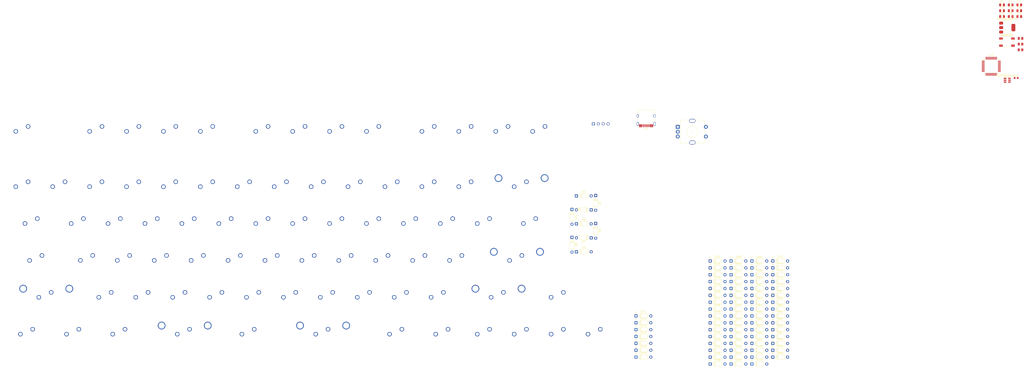
<source format=kicad_pcb>
(kicad_pcb (version 20241229) (generator "pcbnew") (generator_version "9.0")
  (layers (0 "F.Cu" signal) (2 "B.Cu" signal) (13 "F.Paste" user) (15 "B.Paste" user) (5 "F.SilkS" user "F.Silkscreen") (7 "B.SilkS" user "B.Silkscreen") (1 "F.Mask" user) (3 "B.Mask" user) (25 "Edge.Cuts" user))
  (net 0 "")
  (net 1 "+3.3V")
  (net 2 "GND")
  (net 3 "Net-(U2-NRST)")
  (net 4 "+5V")
  (net 5 "Row 0")
  (net 6 "Net-(D1-A)")
  (net 7 "Row 5")
  (net 8 "Net-(D2-A)")
  (net 9 "Net-(D3-A)")
  (net 10 "Net-(D4-A)")
  (net 11 "Row 1")
  (net 12 "Net-(D5-A)")
  (net 13 "Net-(D6-A)")
  (net 14 "Net-(D7-A)")
  (net 15 "Net-(D8-A)")
  (net 16 "Net-(D9-A)")
  (net 17 "Row 2")
  (net 18 "Net-(D11-A)")
  (net 19 "Net-(D12-A)")
  (net 20 "Net-(D13-A)")
  (net 21 "Row 3")
  (net 22 "Net-(D15-A)")
  (net 23 "Row 4")
  (net 24 "Net-(D17-A)")
  (net 25 "Net-(D18-A)")
  (net 26 "Net-(D19-A)")
  (net 27 "Net-(D20-A)")
  (net 28 "Net-(D22-A)")
  (net 29 "Net-(D23-A)")
  (net 30 "Net-(D24-A)")
  (net 31 "Net-(D25-A)")
  (net 32 "Net-(D26-A)")
  (net 33 "Net-(D27-A)")
  (net 34 "Net-(D28-A)")
  (net 35 "Net-(D29-A)")
  (net 36 "Net-(D30-A)")
  (net 37 "Net-(D31-A)")
  (net 38 "Net-(D32-A)")
  (net 39 "Net-(D33-A)")
  (net 40 "Net-(D34-A)")
  (net 41 "Net-(D35-A)")
  (net 42 "Net-(D38-A)")
  (net 43 "Net-(D39-A)")
  (net 44 "Net-(D40-A)")
  (net 45 "Net-(D41-A)")
  (net 46 "Net-(D42-A)")
  (net 47 "Net-(D43-A)")
  (net 48 "Net-(D44-A)")
  (net 49 "Net-(D45-A)")
  (net 50 "Net-(D46-A)")
  (net 51 "Net-(D47-A)")
  (net 52 "Net-(D49-A)")
  (net 53 "Net-(D50-A)")
  (net 54 "Net-(D51-A)")
  (net 55 "Net-(D52-A)")
  (net 56 "Net-(D53-A)")
  (net 57 "Net-(D54-A)")
  (net 58 "Net-(D55-A)")
  (net 59 "Net-(D56-A)")
  (net 60 "Net-(D57-A)")
  (net 61 "Net-(D58-A)")
  (net 62 "Net-(D59-A)")
  (net 63 "Net-(D61-A)")
  (net 64 "Net-(D62-A)")
  (net 65 "Net-(D63-A)")
  (net 66 "Net-(D64-A)")
  (net 67 "Net-(D65-A)")
  (net 68 "Net-(D66-A)")
  (net 69 "Net-(D67-A)")
  (net 70 "Net-(D68-A)")
  (net 71 "Net-(D69-A)")
  (net 72 "Net-(D70-A)")
  (net 73 "Net-(D71-A)")
  (net 74 "Net-(D72-A)")
  (net 75 "Net-(D73-A)")
  (net 76 "Net-(D74-A)")
  (net 77 "Net-(D75-A)")
  (net 78 "Net-(D76-A)")
  (net 79 "Net-(D79-A)")
  (net 80 "Net-(D81-A)")
  (net 81 "Net-(D82-A)")
  (net 82 "Net-(D83-A)")
  (net 83 "Net-(D84-A)")
  (net 84 "Net-(D85-A)")
  (net 85 "Net-(D86-A)")
  (net 86 "Net-(D87-A)")
  (net 87 "Net-(D90-A)")
  (net 88 "Net-(D95-A)")
  (net 89 "Net-(D96-A)")
  (net 90 "Net-(ESDProtection1-I{slash}O1-Pad6)")
  (net 91 "D+")
  (net 92 "Net-(ESDProtection1-I{slash}O2-Pad4)")
  (net 93 "D-")
  (net 94 "Oled1")
  (net 95 "Net-(J2-CC2)")
  (net 96 "Net-(J2-CC1)")
  (net 97 "BOOT0")
  (net 98 "RotaryA")
  (net 99 "RotaryB")
  (net 100 "RotarySW")
  (net 101 "Col 13")
  (net 104 "Col 12")
  (net 105 "Col 9")
  (net 106 "Col 7")
  (net 107 "Col 11")
  (net 109 "Col 15")
  (net 110 "Col 6")
  (net 112 "Col 4")
  (net 115 "Col 0")
  (net 116 "Col 16")
  (net 117 "Col 10")
  (net 118 "Col 8")
  (net 119 "Col 1")
  (net 120 "Col 14")
  (net 121 "Col 5")
  (net 122 "Col 2")
  (net 123 "Col 3")
  (net 124 "Oled2")
  (net 126 "VBUS")
  (footprint "Capacitor_SMD:C_0805_2012Metric" (layer "F.Cu") (at 586.07125 13.0669)
    (property "Reference" "C1")
    (property "Value" "100nF")
  )
  (footprint "Diode_THT:D_DO-35_SOD27_P7.62mm_Horizontal" (layer "F.Cu") (at 446.24625 145.3875)
    (property "Reference" "D39")
    (property "Value" "~")
  )
  (footprint "marbastlib-mx:SW_MX_1.5u" (layer "F.Cu") (at 85.725 128.5875)
    (property "Reference" "SWTab1.5u1" (hide yes))
    (property "Value" "Switch")
  )
  (footprint "marbastlib-mx:SW_MX_1u" (layer "F.Cu") (at 242.9075 80.9625)
    (property "Reference" "SWF7" (hide yes))
    (property "Value" "Switch")
  )
  (footprint "marbastlib-mx:SW_MX_1u" (layer "F.Cu") (at 276.225 166.6875)
    (property "Reference" "SW_.1" (hide yes))
    (property "Value" "Switch")
  )
  (footprint "marbastlib-mx:SW_MX_1u" (layer "F.Cu") (at 257.175 166.6875)
    (property "Reference" "SW_,1" (hide yes))
    (property "Value" "Switch")
  )
  (footprint "Diode_THT:D_DO-35_SOD27_P7.62mm_Horizontal" (layer "F.Cu") (at 376.36 125.99 -90)
    (property "Reference" "D6")
    (property "Value" "~" (hide yes))
  )
  (footprint "ScottoKeebs_Components:OLED_128x64" (layer "F.Cu") (at 379 86)
    (property "Reference" "J1" (hide yes))
    (property "Value" "OLED_128x64" (hide yes))
  )
  (footprint "marbastlib-mx:SW_MX_1u" (layer "F.Cu") (at 290.5125 109.5375)
    (property "Reference" "SW-1" (hide yes))
    (property "Value" "Switch")
  )
  (footprint "marbastlib-mx:SW_MX_1u" (layer "F.Cu") (at 309.5625 109.5375)
    (property "Reference" "SW+1" (hide yes))
    (property "Value" "Switch")
  )
  (footprint "marbastlib-mx:SW_MX_1u" (layer "F.Cu") (at 261.9375 128.5875)
    (property "Reference" "SW_O1" (hide yes))
    (property "Value" "Switch")
  )
  (footprint "Diode_THT:D_DO-35_SOD27_P7.62mm_Horizontal" (layer "F.Cu") (at 435.47625 180.8875)
    (property "Reference" "D31")
    (property "Value" "~")
  )
  (footprint "marbastlib-mx:SW_MX_1u" (layer "F.Cu") (at 185.7375 128.5875)
    (property "Reference" "SW_T1" (hide yes))
    (property "Value" "Switch")
  )
  (footprint "Capacitor_SMD:C_0805_2012Metric" (layer "F.Cu") (at 594.97125 16.0769)
    (property "Reference" "C8")
    (property "Value" "10uF")
  )
  (footprint "Diode_THT:D_DO-35_SOD27_P7.62mm_Horizontal" (layer "F.Cu") (at 457.01625 195.0875)
    (property "Reference" "D71")
    (property "Value" "~")
  )
  (footprint "Diode_THT:D_DO-35_SOD27_P7.62mm_Horizontal" (layer "F.Cu") (at 446.24625 198.6375)
    (property "Reference" "D55")
    (property "Value" "~")
  )
  (footprint "marbastlib-mx:SW_MX_1u" (layer "F.Cu") (at 157.1625 109.5375)
    (property "Reference" "SW4" (hide yes))
    (property "Value" "Switch")
  )
  (footprint "Diode_THT:D_DO-35_SOD27_P7.62mm_Horizontal" (layer "F.Cu") (at 457.01625 187.9875)
    (property "Reference" "D69")
    (property "Value" "~")
  )
  (footprint "Diode_THT:D_DO-35_SOD27_P7.62mm_Horizontal" (layer "F.Cu") (at 364.14 133.21 -90)
    (property "Reference" "D8")
    (property "Value" "~" (hide yes))
  )
  (footprint "marbastlib-mx:SW_MX_1.5u" (layer "F.Cu") (at 342.9 128.5875)
    (property "Reference" "SW_\\1.5u1" (hide yes))
    (property "Value" "Switch")
  )
  (footprint "marbastlib-mx:SW_MX_1u" (layer "F.Cu") (at 190.5 147.6375)
    (property "Reference" "SW_G1" (hide yes))
    (property "Value" "Switch")
  )
  (footprint "Diode_THT:D_DO-35_SOD27_P7.62mm_Horizontal" (layer "F.Cu") (at 435.47625 177.3375)
    (property "Reference" "D30")
    (property "Value" "~")
  )
  (footprint "marbastlib-mx:SW_MX_1u" (layer "F.Cu") (at 152.4 147.6375)
    (property "Reference" "SW_D1" (hide yes))
    (property "Value" "Switch")
  )
  (footprint "marbastlib-mx:STAB_MX_P_2.25u" (layer "F.Cu") (at 92.86875 166.6875)
    (property "Reference" "REF**" (hide yes))
    (property "Value" "STAB_MX_P_2.25u")
  )
  (footprint "Diode_THT:D_DO-35_SOD27_P7.62mm_Horizontal" (layer "F.Cu") (at 435.47625 163.1375)
    (property "Reference" "D26")
    (property "Value" "~")
  )
  (footprint "Diode_THT:D_DO-35_SOD27_P7.62mm_Horizontal" (layer "F.Cu") (at 467.78625 184.4375)
    (property "Reference" "D87")
    (property "Value" "~")
  )
  (footprint "Diode_THT:D_DO-35_SOD27_P7.62mm_Horizontal" (layer "F.Cu") (at 457.01625 163.1375)
    (property "Reference" "D62")
    (property "Value" "~")
  )
  (footprint "Diode_THT:D_DO-35_SOD27_P7.62mm_Horizontal" (layer "F.Cu") (at 366.44 111.75)
    (property "Reference" "D1")
    (property "Value" "~" (hide yes))
  )
  (footprint "marbastlib-mx:SW_MX_1u" (layer "F.Cu") (at 300.0375 128.5875)
    (property "Reference" "SW_[1" (hide yes))
    (property "Value" "Switch")
  )
  (footprint "Diode_THT:D_DO-35_SOD27_P7.62mm_Horizontal" (layer "F.Cu") (at 467.78625 163.1375)
    (property "Reference" "D81")
    (property "Value" "~")
  )
  (footprint "marbastlib-mx:SW_MX_1u" (layer "F.Cu") (at 280.9875 128.5875)
    (property "Reference" "SW_P1" (hide yes))
    (property "Value" "Switch")
  )
  (footprint "Diode_THT:D_DO-35_SOD27_P7.62mm_Horizontal" (layer "F.Cu") (at 467.78625 177.3375)
    (property "Reference" "D85")
    (property "Value" "~")
  )
  (footprint "Diode_THT:D_DO-35_SOD27_P7.62mm_Horizontal" (layer "F.Cu") (at 364.14 118.77 -90)
    (property "Reference" "D4")
    (property "Value" "~" (hide yes))
  )
  (footprint "marbastlib-mx:SW_MX_1u" (layer "F.Cu") (at 357.1875 166.6875)
    (property "Reference" "SWUp1" (hide yes))
    (property "Value" "Switch")
  )
  (footprint "marbastlib-mx:SW_MX_1u" (layer "F.Cu") (at 128.5875 128.5875)
    (property "Reference" "SW_W1" (hide yes))
    (property "Value" "Switch")
  )
  (footprint "Diode_THT:D_DO-35_SOD27_P7.62mm_Horizontal" (layer "F.Cu") (at 446.24625 173.7875)
    (property "Reference" "D47")
    (property "Value" "~")
  )
  (footprint "ScottoKeebs_Components:Fuse_0603" (layer "F.Cu") (at 593.35125 50.8369)
    (property "Reference" "F1" (hide yes))
    (property "Value" "500mA" (hide yes))
  )
  (footprint "marbastlib-mx:SW_MX_1u" (layer "F.Cu") (at 304.8 147.6375)
    (property "Reference" "SW_'1" (hide yes))
    (property "Value" "Switch")
  )
  (footprint "ScottoKeebs_Components:Resistor_0805" (layer "F.Cu") (at 595.60125 36.2869)
    (property "Reference" "R3" (hide yes))
    (property "Value" "10k" (hide yes))
  )
  (footprint "Diode_THT:D_DO-35_SOD27_P7.62mm_Horizontal" (layer "F.Cu") (at 435.47625 191.5375)
    (property "Reference" "D34")
    (property "Value" "~")
  )
  (footprint "marbastlib-mx:STAB_MX_P_2.25u" (layer "F.Cu") (at 326.23125 166.6875)
    (property "Reference" "REF**" (hide yes))
    (property "Value" "STAB_MX_P_2.25u")
  )
  (footprint "Button_Switch_SMD:SW_SPST_SKQG_WithStem" (layer "F.Cu") (at 588.62125 32.2869)
    (property "Reference" "ResetSW1")
    (property "Value" "Switch")
  )
  (footprint "marbastlib-mx:SW_MX_1u" (layer "F.Cu") (at 233.3625 109.5375)
    (property "Reference" "SW8" (hide yes))
    (property "Value" "Switch")
  )
  (footprint "Diode_THT:D_DO-35_SOD27_P7.62mm_Horizontal" (layer "F.Cu") (at 446.24625 177.3375)
    (property "Reference" "D49")
    (property "Value" "~")
  )
  (footprint "marbastlib-mx:SW_MX_1u" (layer "F.Cu") (at 80.9825 80.9625)
    (property "Reference" "SWEsc1" (hide yes))
    (property "Value" "Switch")
  )
  (footprint "Diode_THT:D_DO-35_SOD27_P7.62mm_Horizontal" (layer "F.Cu") (at 435.47625 170.2375)
    (property "Reference" "D28")
    (property "Value" "~")
  )
  (footprint "Diode_THT:D_DO-35_SOD27_P7.62mm_Horizontal" (layer "F.Cu") (at 457.01625 152.4875)
    (property "Reference" "D58")
    (property "Value" "~")
  )
  (footprint "Diode_THT:D_DO-35_SOD27_P7.62mm_Horizontal" (layer "F.Cu") (at 397.1925 184.39375)
    (property "Reference" "D15")
    (property "Value" "~")
  )
  (footprint "marbastlib-mx:SW_MX_1u" (layer "F.Cu") (at 376.2375 185.7375)
    (property "Reference" "SWRight1" (hide yes))
    (property "Value" "Switch")
  )
  (footprint "Diode_THT:D_DO-35_SOD27_P7.62mm_Horizontal" (layer "F.Cu") (at 467.78625 166.6875)
    (property "Reference" "D82")
    (property "Value" "~")
  )
  (footprint "Keebio-Parts.pretty-master:RotaryEncoder_EC11" (layer "F.Cu") (at 426.24375 78.58125)
    (property "Reference" "SW11")
    (property "Value" "RotaryEncoder_Switch_EC11E09244AQ")
  )
  (footprint "Diode_THT:D_DO-35_SOD27_P7.62mm_Horizontal" (layer "F.Cu") (at 446.24625 170.2375)
    (property "Reference" "D46")
    (property "Value" "~")
  )
  (footprint "marbastlib-mx:SW_MX_1u" (layer "F.Cu") (at 338.1375 109.5375)
    (property "Reference" "SWBckspc2u1" (hide yes))
    (property "Value" "Switch")
  )
  (footprint "marbastlib-mx:SW_MX_1u" (layer "F.Cu") (at 319.0875 185.7375)
    (property "Reference" "SWDel1" (hide yes))
    (property "Value" "Switch")
  )
  (footprint "marbastlib-mx:SW_MX_1u" (layer "F.Cu") (at 114.3 147.6375)
    (property "Reference" "SW_A1" (hide yes))
    (property "Value" "Switch")
  )
  (footprint "Diode_THT:D_DO-35_SOD27_P7.62mm_Horizontal" (layer "F.Cu") (at 457.01625 156.0375)
    (property "Reference" "D59")
    (property "Value" "~")
  )
  (footprint "marbastlib-mx:SW_MX_1u" (layer "F.Cu") (at 242.8875 128.5875)
    (property "Reference" "SW_I1" (hide yes))
    (property "Value" "Switch")
  )
  (footprint "marbastlib-mx:SW_MX_1u" (layer "F.Cu") (at 161.925 166.6875)
    (property "Reference" "SW_C1" (hide yes))
    (property "Value" "Switch")
  )
  (footprint "Package_QFP:LQFP-48_7x7mm_P0.5mm" (layer "F.Cu") (at 580.52125 44.7869)
    (property "Reference" "U2")
    (property "Value" "STM32F072CBTx")
  )
  (footprint "marbastlib-mx:SW_MX_1u" (layer "F.Cu") (at 171.45 147.6375)
    (property "Reference" "SW_F1" (hide yes))
    (property "Value" "Switch")
  )
  (footprint "Diode_THT:D_DO-35_SOD27_P7.62mm_Horizontal" (layer "F.Cu") (at 435.47625 145.3875)
    (property "Reference" "D20")
    (property "Value" "~")
  )
  (footprint "marbastlib-mx:SW_MX_1u" (layer "F.Cu") (at 357.1875 185.7375)
    (property "Reference" "SWDown1" (hide yes))
    (property "Value" "Switch")
  )
  (footprint "Diode_THT:D_DO-35_SOD27_P7.62mm_Horizontal" (layer "F.Cu") (at 467.78625 152.4875)
    (property "Reference" "D75")
    (property "Value" "~")
  )
  (footprint "Diode_THT:D_DO-35_SOD27_P7.62mm_Horizontal" (layer "F.Cu") (at 397.1925 195.04375)
    (property "Reference" "D19")
    (property "Value" "~")
  )
  (footprint "Diode_THT:D_DO-35_SOD27_P7.62mm_Horizontal" (layer "F.Cu") (at 435.47625 195.0875)
    (property "Reference" "D35")
    (property "Value" "~")
  )
  (footprint "Diode_THT:D_DO-35_SOD27_P7.62mm_Horizontal" (layer "F.Cu") (at 435.47625 156.0375)
    (property "Reference" "D24")
    (property "Value" "~")
  )
  (footprint "marbastlib-mx:SW_MX_1u" (layer "F.Cu") (at 285.75 147.6375)
    (property "Reference" "SW_;1" (hide yes))
    (property "Value" "Switch")
  )
  (footprint "Diode_THT:D_DO-35_SOD27_P7.62mm_Horizontal" (layer "F.Cu") (at 435.47625 159.5875)
    (property "Reference" "D25")
    (property "Value" "~")
  )
  (footprint "Diode_THT:D_DO-35_SOD27_P7.62mm_Horizontal" (layer "F.Cu") (at 457.01625 184.4375)
    (property "Reference" "D68")
    (property "Value" "~")
  )
  (footprint "Diode_THT:D_DO-35_SOD27_P7.62mm_Horizontal" (layer "F.Cu") (at 435.47625 187.9875)
    (property "Reference" "D33")
    (property "Value" "~")
  )
  (footprint "marbastlib-mx:SW_MX_1u" (layer "F.Cu") (at 166.6875 128.5875)
    (property "Reference" "SW_R1" (hide yes))
    (property "Value" "Switch")
  )
  (footprint "marbastlib-mx:SW_MX_1u" (layer "F.Cu") (at 247.65 147.6375)
    (property "Reference" "SW_K1" (hide yes))
    (property "Value" "Switch")
  )
  (footprint "marbastlib-mx:SW_MX_1.25u" (layer "F.Cu") (at 130.96875 185.7375)
    (property "Reference" "SWLalt1.25u1" (hide yes))
    (property "Value" "Switch")
  )
  (footprint "marbastlib-mx:SW_MX_1u" (layer "F.Cu") (at 204.8075 80.9625)
    (property "Reference" "SWF5" (hide yes))
    (property "Value" "Switch")
  )
  (footprint "Diode_THT:D_DO-35_SOD27_P7.62mm_Horizontal" (layer "F.Cu") (at 397.1925 180.84375)
    (property "Reference" "D13")
    (property "Value" "~")
  )
  (footprint "Package_TO_SOT_SMD:SOT-223-3_TabPin2" (layer "F.Cu") (at 588.77125 24.7919)
    (property "Reference" "VoltStepDown1")
    (property "Value" "AMS1117-3.3")
  )
  (footprint "marbastlib-mx:SW_MX_1u" (layer "F.Cu") (at 335.75625 147.6375)
    (property "Reference" "SWEnter2.25u1" (hide yes))
    (property "Value" "Switch")
  )
  (footprint "marbastlib-mx:SW_MX_1u" (layer "F.Cu") (at 309.5825 80.9625)
    (property "Reference" "SWF10" (hide yes))
    (property "Value" "Switch")
  )
  (footprint "marbastlib-mx:SW_MX_1.75u" (layer "F.Cu") (at 88.10625 147.6375)
    (property "Reference" "SWCaplck1.75u1" (hide yes))
    (property "Value" "Switch")
  )
  (footprint "Diode_THT:D_DO-35_SOD27_P7.62mm_Horizontal" (layer "F.Cu") (at 457.01625 159.5875)
    (property "Reference" "D61")
    (property "Value" "~")
  )
  (footprint "marbastlib-mx:SW_MX_1u" (layer "F.Cu") (at 100.0125 109.5375)
    (property "Reference" "SW1" (hide yes))
    (property "Value" "Switch")
  )
  (footprint "Diode_THT:D_DO-35_SOD27_P7.62mm_Horizontal" (layer "F.Cu") (at 374.06 133.41 180)
    (property "Reference" "D7")
    (property "Value" "~" (hide yes))
  )
  (footprint "marbastlib-mx:SW_MX_1u" (layer "F.Cu") (at 80.9625 109.5375)
    (property "Reference" "SW`1" (hide yes))
    (property "Value" "Switch")
  )
  (footprint "marbastlib-mx:SW_MX_1u" (layer "F.Cu") (at 119.0625 109.5375)
    (property "Reference" "SW2" (hide yes))
    (property "Value" "Switch")
  )
  (footprint "marbastlib-mx:SW_MX_1u" (layer "F.Cu") (at 147.6375 128.5875)
    (property "Reference" "SW_E1" (hide yes))
    (property "Value" "Switch")
  )
  (footprint "marbastlib-mx:SW_MX_1.25u" (layer "F.Cu") (at 297.65625 185.7375)
    (property "Reference" "SWRwin1.25u1" (hide yes))
    (property "Value" "Switch")
  )
  (footprint "Diode_THT:D_DO-35_SOD27_P7.62mm_Horizontal" (layer "F.Cu") (at 397.1925 173.74375)
    (property "Reference" "D11")
    (property "Value" "~")
  )
  (footprint "Diode_THT:D_DO-35_SOD27_P7.62mm_Horizontal" (layer "F.Cu") (at 457.01625 180.8875)
    (property "Reference" "D67")
    (property "Value" "~")
  )
  (footprint "marbastlib-mx:SW_MX_1u" (layer "F.Cu") (at 138.1125 109.5375)
    (property "Reference" "SW3" (hide yes))
    (property "Value" "Switch")
  )
  (footprint "Diode_THT:D_DO-35_SOD27_P7.62mm_Horizontal" (layer "F.Cu") (at 446.24625 184.4375)
    (property "Reference" "D51")
    (property "Value" "~")
  )
  (footprint "Diode_THT:D_DO-35_SOD27_P7.62mm_Horizontal" (layer "F.Cu") (at 457.01625 148.9375)
    (property "Reference" "D57")
    (property "Value" "~")
  )
  (footprint "Diode_THT:D_DO-35_SOD27_P7.62mm_Horizontal" (layer "F.Cu") (at 446.24625 180.8875)
    (property "Reference" "D50")
    (property "Value" "~")
  )
  (footprint "Diode_THT:D_DO-35_SOD27_P7.62mm_Horizontal" (layer "F.Cu") (at 376.36 111.55 -90)
    (property "Reference" "D2")
    (property "Value" "~" (hide yes))
  )
  (footprint "marbastlib-mx:SW_MX_1u" (layer "F.Cu") (at 92.86875 166.6875)
    (property "Reference" "SWLshift2.25u1" (hide yes))
    (property "Value" "Switch")
  )
  (footprint "Diode_THT:D_DO-35_SOD27_P7.62mm_Horizontal" (layer "F.Cu") (at 467.78625 170.2375)
    (property "Reference" "D83")
    (property "Value" "~")
  )
  (footprint "Diode_THT:D_DO-35_SOD27_P7.62mm_Horizontal" (layer "F.Cu") (at 457.01625 145.3875)
    (property "Reference" "D56")
    (property "Value" "~")
  )
  (footprint "Diode_THT:D_DO-35_SOD27_P7.62mm_Horizontal" (layer "F.Cu") (at 397.1925 177.29375)
    (property "Reference" "D12")
    (property "Value" "~")
  )
  (footprint "Diode_THT:D_DO-35_SOD27_P7.62mm_Horizontal" (layer "F.Cu") (at 457.01625 166.6875)
    (property "Reference" "D63")
    (property "Value" "~")
  )
  (footprint "Capacitor_SMD:C_0805_2012Metric" (layer "F.Cu") (at 590.52125 16.0769)
    (property "Reference" "C5")
    (property "Value" "100nF")
  )
  (footprint "marbastlib-mx:SW_MX_1u" (layer "F.Cu") (at 326.23125 166.6875)
    (property "Reference" "SWRshift2.25u1" (hide yes))
    (property "Value" "Switch")
  )
  (footprint "Capacitor_SMD:C_0805_2012Metric" (layer "F.Cu") (at 590.52125 19.0869)
    (property "Reference" "C6")
    (property "Value" "10uF")
  )
  (footprint "Diode_THT:D_DO-35_SOD27_P7.62mm_Horizontal" (layer "F.Cu") (at 467.78625 195.0875)
    (property "Reference" "D96")
    (property "Value" "~")
  )
  (footprint "Diode_THT:D_DO-35_SOD27_P7.62mm_Horizontal" (layer "F.Cu") (at 457.01625 177.3375)
    (property "Reference" "D66")
    (property "Value" "~")
  )
  (footprint "Diode_THT:D_DO-35_SOD27_P7.62mm_Horizontal" (layer "F.Cu") (at 467.78625 156.0375)
    (property "Reference" "D76")
    (property "Value" "~")
  )
  (footprint "marbastlib-mx:SW_MX_1u" (layer "F.Cu") (at 266.7 147.6375)
    (property "Reference" "SW_L1" (hide yes))
    (property "Value" "Switch")
  )
  (footprint "Diode_THT:D_DO-35_SOD27_P7.62mm_Horizontal" (layer "F.Cu") (at 446.24625 195.0875)
    (property "Reference" "D54")
    (property "Value" "~")
  )
  (footprint "Diode_THT:D_DO-35_SOD27_P7.62mm_Horizontal" (layer "F.Cu") (at 467.78625 191.5375)
    (property "Reference" "D95")
    (property "Value" "~")
  )
  (footprint "Diode_THT:D_DO-35_SOD27_P7.62mm_Horizontal" (layer "F.Cu") (at 446.24625 163.1375)
    (property "Reference" "D44")
    (property "Value" "~")
  )
  (footprint "Capacitor_SMD:C_0805_2012Metric" (layer "F.Cu") (at 594.97125 13.0669)
    (property "Reference" "C7")
    (property "Value" "100nF")
  )
  (footprint "Capacitor_SMD:C_0805_2012Metric" (layer "F.Cu") (at 586.07125 16.0769)
    (property "Reference" "C2")
    (property "Value" "100nF")
  )
  (footprint "marbastlib-mx:SW_MX_1u" (layer "F.Cu") (at 223.8575 80.9625)
    (property "Reference" "SWF6" (hide yes))
    (property "Value" "Switch")
  )
  (footprint "marbastlib-mx:SW_MX_1u" (layer "F.Cu") (at 295.275 166.6875)
    (property "Reference" "SW_/1" (hide yes))
    (property "Value" "Switch")
  )
  (footprint "ScottoKeebs_Components:Resistor_0805" (layer "F.Cu") (at 595.60125 30.3869)
    (property "Reference" "R1" (hide yes))
    (property "Value" "5.1k" (hide yes))
  )
  (footprint "Diode_THT:D_DO-35_SOD27_P7.62mm_Horizontal" (layer "F.Cu") (at 446.24625 191.5375)
    (property "Reference" "D53")
    (property "Value" "~")
  )
  (footprint "marbastlib-mx:STAB_MX_P_2u" (layer "F.Cu") (at 338.1375 109.5375)
    (property "Reference" "REF**" (hide yes))
    (property "Value" "STAB_MX_P_2u")
  )
  (footprint "ScottoKeebs_Components:Resistor_0805" (layer "F.Cu") (at 595.60125 33.3369)
    (property "Reference" "R2" (hide yes))
    (property "Value" "5.1k" (hide yes))
  )
  (footprint "Diode_THT:D_DO-35_SOD27_P7.62mm_Horizontal" (layer "F.Cu") (at 435.47625 198.6375)
    (property "Reference" "D38")
    (property "Value" "~")
  )
  (footprint "marbastlib-mx:SW_MX_1.25u" (layer "F.Cu") (at 273.84375 185.7375)
    (property "Reference" "SWRalt1.25u1" (hide yes))
    (property "Value" "Switch")
  )
  (footprint "Diode_THT:D_DO-35_SOD27_P7.62mm_Horizontal" (layer "F.Cu") (at 366.44 140.63)
    (property "Reference" "D9")
    (property "Value" "~" (hide yes))
  )
  (footprint "marbastlib-mx:SW_MX_1u" (layer "F.Cu") (at 142.875 166.6875)
    (property "Reference" "SW_X1" (hide yes))
    (property "Value" "Switch")
  )
  (footprint "Diode_THT:D_DO-35_SOD27_P7.62mm_Horizontal" (layer "F.Cu") (at 467.78625 180.8875)
    (property "Reference" "D86")
    (property "Value" "~")
  )
  (footprint "Capacitor_SMD:C_0805_2012Metric" (layer "F.Cu") (at 594.97125 19.0869)
    (property "Reference" "C9")
    (property "Value" "10uF")
  )
  (footprint "marbastlib-mx:SW_MX_1u" (layer "F.Cu") (at 109.5375 128.5875)
    (property "Reference" "SW_Q1" (hide yes))
    (property "Value" "Switch")
  )
  (footprint "Diode_THT:D_DO-35_SOD27_P7.62mm_Horizontal" (layer "F.Cu") (at 446.24625 166.6875)
    (property "Reference" "D45")
    (property "Value" "~")
  )
  (footprint "Diode_THT:D_DO-35_SOD27_P7.62mm_Horizontal" (layer "F.Cu") (at 435.47625 152.4875)
    (property "Reference" "D23")
    (property "Value" "~")
  )
  (footprint "Diode_THT:D_DO-35_SOD27_P7.62mm_Horizontal" (layer "F.Cu") (at 457.01625 170.2375)
    (property "Reference" "D64")
    (property "Value" "~")
  )
  (footprint "marbastlib-mx:SW_MX_1u" (layer "F.Cu") (at 235.74375 185.7375)
    (property "Reference" "SWSpc2.75u1" (hide yes))
    (property "Value" "Switch")
  )
  (footprint "Diode_THT:D_DO-35_SOD27_P7.62mm_Horizontal" (layer "F.Cu") (at 374.06 118.97 180)
    (property "Reference" "D3")
    (property "Value" "~" (hide yes))
  )
  (footprint "marbastlib-mx:SW_MX_1u" (layer "F.Cu") (at 290.5325 80.9625)
    (property "Reference" "SWF9" (hide yes))
    (property "Value" "Switch")
  )
  (footprint "marbastlib-mx:SW_MX_1u" (layer "F.Cu") (at 219.075 166.6875)
    (property "Reference" "SW_N1" (hide yes))
    (property "Value" "Switch")
  )
  (footprint "Diode_THT:D_DO-35_SOD27_P7.62mm_Horizontal" (layer "F.Cu") (at 397.1925 191.49375)
    (property "Reference" "D18")
    (property "Value" "~")
  )
  (footprint "marbastlib-mx:SW_MX_1u" (layer "F.Cu") (at 157.1825 80.9625)
    (property "Reference" "SWF3" (hide yes))
    (property "Value" "Switch")
  )
  (footprint "Diode_THT:D_DO-35_SOD27_P7.62mm_Horizontal" (layer "F.Cu") (at 446.24625 159.5875)
    (property "Reference" "D43")
    (property "Value" "~")
  )
  (footprint "Capacitor_SMD:C_0805_2012Metric" (layer "F.Cu") (at 586.07125 19.0869)
    (property "Reference" "C3")
    (property "Value" "100nF")
  )
  (footprint "Diode_THT:D_DO-35_SOD27_P7.62mm_Horizontal" (layer "F.Cu") (at 435.47625 173.7875)
    (property "Reference" "D29")
    (property "Value" "~")
  )
  (footprint "Diode_THT:D_DO-35_SOD27_P7.62mm_Horizontal" (layer "F.Cu") (at 366.44 126.19)
    (property "Reference" "D5")
    (property "Value" "~" (hide yes))
  )
  (footprint "marbastlib-mx:SW_MX_1u" (layer "F.Cu") (at 204.7875 128.5875)
    (property "Reference" "SW_Y1" (hide yes))
    (property "Value" "Switch")
  )
  (footprint "Connector_USB:USB_C_Receptacle_HRO_TYPE-C-31-M-12" (layer "F.Cu") (at 402.43125 71.4375 180)
    (property "Reference" "J2")
    (property "Value" "USB_C_Receptacle_USB2.0_14P")
  )
  (footprint "Diode_THT:D_DO-35_SOD27_P7.62mm_Horizontal" (layer "F.Cu") (at 467.78625 187.9875)
    (property "Reference" "D90")
    (property "Value" "~")
  )
  (footprint "marbastlib-mx:SW_MX_1u" (layer "F.Cu") (at 223.8375 128.5875)
    (property "Reference" "SW_U1" (hide yes))
    (property "Value" "Switch")
  )
  (footprint "marbastlib-mx:SW_MX_1u" (layer "F.Cu") (at 180.975 166.6875)
    (property "Reference" "SW_V1" (hide yes))
    (property "Value" "Switch")
  )
  (footprint "marbastlib-mx:SW_MX_1u" (layer "F.Cu") (at 261.9575 80.9625)
    (property "Reference" "SWF8" (hide yes))
    (property "Value" "Switch")
  )
  (footprint "marbastlib-mx:SW_MX_1u" (layer "F.Cu") (at 338.1375 185.7375)
    (property "Reference" "SWLeft1" (hide yes))
    (property "Value" "Switch")
  )
  (footprint "marbastlib-mx:SW_MX_1u" (layer "F.Cu") (at 238.125 166.6875)
    (property "Reference" "SW_M1" (hide yes))
    (property "Value" "Switch")
  )
  (footprint "Diode_THT:D_DO-35_SOD27_P7.62mm_Horizontal" (layer "F.Cu") (at 457.01625 191.5375)
    (property "Reference" "D70")
    (property "Value" "~")
  )
  (footprint "marbastlib-mx:SW_MX_1u" (layer "F.Cu") (at 214.3125 109.5375)
    (property "Reference" "SW7" (hide yes))
    (property "Value" "Switch")
  )
  (footprint "marbastlib-mx:SW_MX_1.25u" (layer "F.Cu") (at 197.64375 185.7375)
    (property "Reference" "SWSpc1.25u1" (hide yes))
    (property "Value" "Switch")
  )
  (footprint "marbastlib-mx:SW_MX_1u" (layer "F.Cu") (at 209.55 147.6375)
    (property "Reference" "SW_H1" (hide yes))
    (property "Value" "Switch")
  )
  (footprint "Diode_THT:D_DO-35_SOD27_P7.62mm_Horizontal" (layer "F.Cu") (at 467.78625 148.9375)
    (property "Reference" "D74")
    (property "Value" "~")
  )
  (footprint "marbastlib-mx:SW_MX_1u" (layer "F.Cu") (at 133.35 147.6375)
    (property "Reference" "SW_S1" (hide yes))
    (property "Value" "Switch")
  )
  (footprint "marbastlib-mx:SW_MX_1u" (layer "F.Cu") (at 271.4625 109.5375)
    (property "Reference" "SW10" (hide yes))
    (property "Value" "Switch")
  )
  (footprint "marbastlib-mx:SW_MX_1u" (layer "F.Cu") (at 200.025 166.6875)
    (property "Reference" "SW_B1" (hide yes))
    (property "Value" "Switch")
  )
  (footprint "marbastlib-mx:SW_MX_1u" (layer "F.Cu") (at 164.30625 185.7375)
    (property "Reference" "SWSpc2.25u1" (hide yes))
    (property "Value" "Switch")
  )
  (footprint "Diode_THT:D_DO-35_SOD27_P7.62mm_Horizontal" (layer "F.Cu") (at 467.78625 173.7875)
    (property "Reference" "D84")
    (property "Value" "~")
  )
  (footprint "marbastlib-mx:SW_MX_1u" (layer "F.Cu") (at 123.825 166.6875)
    (property "Reference" "SW_Z1" (hide yes))
    (property "Value" "Switch")
  )
  (footprint "marbastlib-mx:SW_MX_1.25u" (layer "F.Cu") (at 83.34375 185.7375)
    (property "Reference" "SWLCtrl1.25u1" (hide yes))
    (property "Value" "Switch")
  )
  (footprint "marbastlib-mx:SW_MX_1u" (layer "F.Cu") (at 319.0875 128.5875)
    (property "Reference" "SW_]1" (hide yes))
    (property "Value" "Switch")
  )
  (footprint "marbastlib-mx:SW_MX_1u" (layer "F.Cu") (at 328.6325 80.9625)
    (property "Reference" "SWF11" (hide yes))
    (property "Value" "Switch")
  )
  (footprint "marbastlib-mx:SW_MX_1.25u" (layer "F.Cu") (at 107.15625 185.7375)
    (property "Reference" "SWLwin1.25u1" (hide yes))
    (property "Value" "Switch")
  )
  (footprint "marbastlib-mx:STAB_MX_P_2.25u" (layer "F.Cu") (at 335.75625 147.6375)
    (property "Reference" "REF**" (hide yes))
    (property "Value" "STAB_MX_P_2.25u")
  )
  (footprint "marbastlib-mx:SW_MX_1u" (layer "F.Cu") (at 176.2325 80.9625)
    (property "Reference" "SWF4" (hide yes))
    (property "Value" "Switch")
  )
  (footprint "Diode_THT:D_DO-35_SOD27_P7.62mm_Horizontal" (layer "F.Cu") (at 435.47625 166.6875)
    (property "Reference" "D27")
    (property "Value" "~")
  )
  (footprint "Diode_THT:D_DO-35_SOD27_P7.62mm_Horizontal" (layer "F.Cu") (at 446.24625 156.0375)
    (property "Reference" "D42")
    (property "Value" "~")
  )
  (footprint "marbastlib-mx:SW_MX_1u" (layer "F.Cu") (at 119.0825 80.9625)
    (property "Reference" "SWF1" (hide yes))
    (property "Value" "Switch")
  )
  (footprint "marbastlib-mx:SW_MX_1u" (layer "F.Cu") (at 176.2125 109.5375)
    (property "Reference" "SW5" (hide yes))
    (property "Value" "Switch")
  )
  (footprint "Diode_THT:D_DO-35_SOD27_P7.62mm_Horizontal" (layer "F.Cu") (at 435.47625 148.9375)
    (property "Reference" "D22")
    (property "Value" "~")
  )
  (footprint "Diode_THT:D_DO-35_SOD27_P7.62mm_Horizontal" (layer "F.Cu") (at 446.24625 187.9875)
    (property "Reference" "D52")
    (property "Value" "~")
  )
  (footprint "marbastlib-mx:STAB_MX_P_2.25u" (layer "F.Cu") (at 164.30625 185.7375)
    (property "Reference" "REF**" (hide yes))
    (property "Value" "STAB_MX_P_2.25u")
  )
  (footprint "Diode_THT:D_DO-35_SOD27_P7.62mm_Horizontal" (layer "F.Cu") (at 467.78625 159.5875)
    (property "Reference" "D79")
    (property "Value" "~")
  )
  (footprint "marbastlib-mx:SW_MX_1u" (layer "F.Cu") (at 252.4125 109.5375)
    (property "Reference" "SW9" (hide yes))
    (property "Value" "Switch")
  )
  (footprint "Diode_THT:D_DO-35_SOD27_P7.62mm_Horizontal" (layer "F.Cu") (at 457.01625 173.7875)
    (property "Reference" "D65")
    (property "Value" "~")
  )
  (footprint "Diode_THT:D_DO-35_SOD27_P7.62mm_Horizontal" (layer "F.Cu") (at 435.47625 184.4375)
    (property "Reference" "D32")
    (property "Value" "~")
  )
  (footprint "Diode_THT:D_DO-35_SOD27_P7.62mm_Horizontal" (layer "F.Cu") (at 397.1925 187.94375)
    (property "Reference" "D17")
    (property "Value" "~")
  )
  (footprint "Package_TO_SOT_SMD:SOT-23-6" (layer "F.Cu") (at 588.77125 51.9819)
    (property "Reference" "ESDProtection1")
    (property "Value" "USBLC6-2SC6")
  )
  (footprint "Diode_THT:D_DO-35_SOD27_P7.62mm_Horizontal" (layer "F.Cu") (at 457.01625 198.6375)
    (property "Reference" "D72")
    (property "Value" "~")
  )
  (footprint "marbastlib-mx:SW_MX_1u" (layer "F.Cu") (at 228.6 147.6375)
    (property "Reference" "SW_J1" (hide yes))
    (property "Value" "Switch")
  )
  (footprint "marbastlib-mx:STAB_MX_P_2.75u" (layer "F.Cu") (at 235.74375 185.7375)
    (property "Reference" "REF**" (hide yes))
    (property "Value" "STAB_MX_P_2.75u")
  )
  (footprint "Capacitor_SMD:C_0805_2012Metric" (layer "F.Cu") (at 590.52125 13.0669)
    (property "Reference" "C4")
    (property "Value" "100nF")
  )
  (footprint "marbastlib-mx:SW_MX_1u" (layer "F.Cu") (at 195.2625 109.5375)
    (property "Reference" "SW6" (hide yes))
    (property "Value" "Switch")
  )
  (footprint "Diode_THT:D_DO-35_SOD27_P7.62mm_Horizontal" (layer "F.Cu") (at 446.24625 152.4875)
    (property "Reference" "D41")
    (property "Value" "~")
  )
  (footprint "marbastlib-mx:SW_MX_1u" (layer "F.Cu") (at 347.6825 80.9625)
    (property "Reference" "SWF12" (hide yes))
    (property "Value" "Switch")
  )
  (footprint "Diode_THT:D_DO-35_SOD27_P7.62mm_Horizontal" (layer "F.Cu") (at 446.24625 148.9375)
    (property "Reference" "D40")
    (property "Value" "~")
  )
  (footprint "marbastlib-mx:SW_MX_1u" (layer "F.Cu") (at 138.1325 80.9625)
    (property "Reference" "SWF2" (hide yes))
    (property "Value" "Switch")
  )
  (footprint "Diode_THT:D_DO-35_SOD27_P7.62mm_Horizontal" (layer "F.Cu") (at 467.78625 145.3875)
    (property "Reference" "D73")
    (property "Value" "~")
  )
)
</source>
